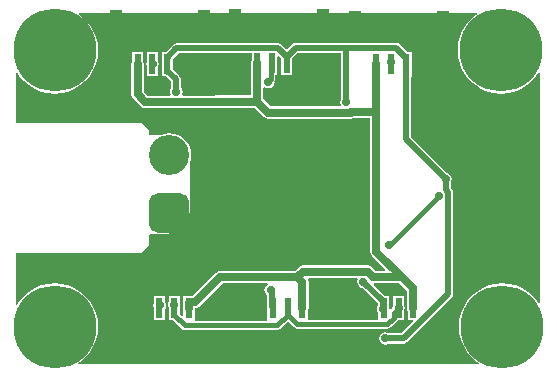
<source format=gbl>
G04*
G04 #@! TF.GenerationSoftware,Altium Limited,Altium Designer,19.1.8 (144)*
G04*
G04 Layer_Physical_Order=2*
G04 Layer_Color=16711680*
%FSLAX44Y44*%
%MOMM*%
G71*
G01*
G75*
%ADD25C,0.5000*%
%ADD26C,0.4000*%
%ADD27C,1.0000*%
%ADD28C,7.0000*%
%ADD29C,0.7000*%
%ADD30R,1.0000X2.7000*%
%ADD31R,0.6000X1.7000*%
G04:AMPARAMS|DCode=32|XSize=3.4mm|YSize=3.4mm|CornerRadius=0.85mm|HoleSize=0mm|Usage=FLASHONLY|Rotation=180.000|XOffset=0mm|YOffset=0mm|HoleType=Round|Shape=RoundedRectangle|*
%AMROUNDEDRECTD32*
21,1,3.4000,1.7000,0,0,180.0*
21,1,1.7000,3.4000,0,0,180.0*
1,1,1.7000,-0.8500,0.8500*
1,1,1.7000,0.8500,0.8500*
1,1,1.7000,0.8500,-0.8500*
1,1,1.7000,-0.8500,-0.8500*
%
%ADD32ROUNDEDRECTD32*%
%ADD33C,3.4000*%
%ADD34C,0.7000*%
G36*
X1665985Y2870778D02*
X1664362Y2869783D01*
X1659969Y2866031D01*
X1656217Y2861638D01*
X1653199Y2856713D01*
X1650988Y2851376D01*
X1649640Y2845759D01*
X1649187Y2840000D01*
X1649640Y2834241D01*
X1650988Y2828624D01*
X1653199Y2823287D01*
X1656217Y2818362D01*
X1659969Y2813969D01*
X1664362Y2810217D01*
X1669287Y2807199D01*
X1674624Y2804988D01*
X1680241Y2803640D01*
X1686000Y2803187D01*
X1691759Y2803640D01*
X1697376Y2804988D01*
X1702713Y2807199D01*
X1707638Y2810217D01*
X1712031Y2813969D01*
X1715783Y2818362D01*
X1717730Y2821539D01*
X1719000Y2821181D01*
X1719000Y2626360D01*
X1717778Y2626015D01*
X1716783Y2627639D01*
X1713031Y2632031D01*
X1708638Y2635783D01*
X1703713Y2638801D01*
X1698376Y2641012D01*
X1692759Y2642360D01*
X1687000Y2642813D01*
X1681241Y2642360D01*
X1675624Y2641012D01*
X1670287Y2638801D01*
X1665362Y2635783D01*
X1660969Y2632031D01*
X1657217Y2627639D01*
X1654199Y2622713D01*
X1651988Y2617376D01*
X1650640Y2611759D01*
X1650186Y2606000D01*
X1650640Y2600241D01*
X1651988Y2594624D01*
X1654199Y2589287D01*
X1657217Y2584362D01*
X1660969Y2579969D01*
X1665362Y2576217D01*
X1666985Y2575222D01*
X1666640Y2574000D01*
X1328360D01*
X1328015Y2575222D01*
X1329638Y2576217D01*
X1334031Y2579969D01*
X1337783Y2584362D01*
X1340801Y2589287D01*
X1343012Y2594624D01*
X1344360Y2600241D01*
X1344814Y2606000D01*
X1344360Y2611759D01*
X1343012Y2617376D01*
X1340801Y2622713D01*
X1337783Y2627639D01*
X1334031Y2632031D01*
X1329638Y2635783D01*
X1324713Y2638801D01*
X1319376Y2641012D01*
X1313759Y2642360D01*
X1308000Y2642813D01*
X1302241Y2642360D01*
X1296624Y2641012D01*
X1291287Y2638801D01*
X1286362Y2635783D01*
X1281969Y2632031D01*
X1278217Y2627639D01*
X1276270Y2624461D01*
X1275000Y2624819D01*
Y2668767D01*
X1381250Y2668767D01*
X1381914Y2668899D01*
X1382476Y2669275D01*
X1387226Y2674025D01*
X1387602Y2674587D01*
X1387734Y2675250D01*
X1387733Y2683602D01*
X1388632Y2684500D01*
X1403750D01*
X1422500Y2703250D01*
Y2744270D01*
X1423429Y2747334D01*
X1423790Y2751000D01*
X1423429Y2754666D01*
X1422360Y2758191D01*
X1420624Y2761440D01*
X1418287Y2764287D01*
X1415439Y2766624D01*
X1412191Y2768360D01*
X1408666Y2769429D01*
X1405000Y2769791D01*
X1401334Y2769429D01*
X1398270Y2768500D01*
X1387733D01*
X1387733Y2771748D01*
X1387665Y2772090D01*
X1387601Y2772411D01*
X1387601Y2772411D01*
X1387601Y2772411D01*
X1387409Y2772698D01*
X1387226Y2772973D01*
X1382229Y2777976D01*
X1382229Y2777976D01*
X1382228Y2777977D01*
X1381954Y2778160D01*
X1381667Y2778352D01*
X1381666Y2778352D01*
X1381666Y2778352D01*
X1381334Y2778418D01*
X1381004Y2778484D01*
X1381003Y2778484D01*
X1381003Y2778484D01*
X1275898Y2778483D01*
X1275000Y2779380D01*
Y2821181D01*
X1276270Y2821539D01*
X1278217Y2818362D01*
X1281969Y2813969D01*
X1286362Y2810217D01*
X1291287Y2807199D01*
X1296624Y2804988D01*
X1302241Y2803640D01*
X1308000Y2803187D01*
X1313759Y2803640D01*
X1319376Y2804988D01*
X1324713Y2807199D01*
X1329638Y2810217D01*
X1334031Y2813969D01*
X1337783Y2818362D01*
X1340801Y2823287D01*
X1343012Y2828624D01*
X1344360Y2834241D01*
X1344814Y2840000D01*
X1344360Y2845759D01*
X1343012Y2851376D01*
X1340801Y2856713D01*
X1337783Y2861638D01*
X1334031Y2866031D01*
X1329638Y2869783D01*
X1328015Y2870778D01*
X1328360Y2872000D01*
X1665641Y2872000D01*
X1665985Y2870778D01*
D02*
G37*
%LPC*%
G36*
X1597000Y2846282D02*
X1512000D01*
X1510361Y2845956D01*
X1508972Y2845028D01*
X1504500Y2840556D01*
X1500328Y2844728D01*
X1498939Y2845656D01*
X1497300Y2845982D01*
X1411200D01*
X1409561Y2845656D01*
X1408172Y2844728D01*
X1401894Y2838450D01*
X1398550D01*
Y2818050D01*
X1401894D01*
X1406335Y2813609D01*
Y2807378D01*
X1406102Y2807029D01*
X1405698Y2805000D01*
X1406102Y2802971D01*
X1406268Y2802722D01*
X1405670Y2801602D01*
X1386896D01*
X1383552Y2804946D01*
Y2828250D01*
X1383148Y2830279D01*
X1382950Y2830576D01*
Y2838450D01*
X1373550D01*
Y2830576D01*
X1373352Y2830279D01*
X1372948Y2828250D01*
Y2802750D01*
X1373352Y2800721D01*
X1374501Y2799001D01*
X1380951Y2792551D01*
X1382671Y2791402D01*
X1384700Y2790998D01*
X1443348D01*
X1444354Y2791198D01*
X1477304D01*
X1484951Y2783551D01*
X1486671Y2782402D01*
X1488700Y2781998D01*
X1558604D01*
X1560633Y2782402D01*
X1561076Y2782698D01*
X1575198D01*
Y2669500D01*
X1575602Y2667471D01*
X1576751Y2665751D01*
X1588027Y2654475D01*
X1587541Y2653302D01*
X1579939D01*
X1576792Y2656449D01*
X1575072Y2657598D01*
X1573043Y2658002D01*
X1518349D01*
X1516320Y2657598D01*
X1514601Y2656449D01*
X1511453Y2653302D01*
X1448000D01*
X1445971Y2652898D01*
X1444251Y2651749D01*
X1424554Y2632052D01*
X1422250D01*
X1421738Y2631950D01*
X1417050D01*
Y2628576D01*
X1416852Y2628279D01*
X1416448Y2626250D01*
Y2621750D01*
X1416852Y2619721D01*
X1417050Y2619424D01*
Y2615444D01*
X1415877Y2614958D01*
X1413950Y2616885D01*
Y2622424D01*
X1414148Y2622721D01*
X1414552Y2624750D01*
X1414148Y2626779D01*
X1413950Y2627076D01*
Y2631950D01*
X1404550D01*
Y2627076D01*
X1404352Y2626779D01*
X1403948Y2624750D01*
X1404352Y2622721D01*
X1404550Y2622424D01*
Y2611550D01*
X1408615D01*
X1415832Y2604333D01*
X1415832Y2604332D01*
X1417056Y2603515D01*
X1418500Y2603228D01*
X1496000D01*
X1496000Y2603228D01*
X1497444Y2603515D01*
X1498668Y2604332D01*
X1505250Y2610915D01*
X1510832Y2605333D01*
X1510832Y2605332D01*
X1512056Y2604515D01*
X1513500Y2604228D01*
X1513500Y2604228D01*
X1589732D01*
X1589733Y2604228D01*
X1591176Y2604515D01*
X1592400Y2605332D01*
X1597934Y2610866D01*
X1597934Y2610866D01*
X1598391Y2611550D01*
X1603950D01*
Y2619424D01*
X1604148Y2619721D01*
X1604552Y2621750D01*
X1604148Y2623779D01*
X1603950Y2624076D01*
Y2631950D01*
X1594550D01*
Y2624076D01*
X1594352Y2623779D01*
X1593956Y2621791D01*
X1592720Y2620555D01*
X1592215Y2620623D01*
X1591450Y2621001D01*
Y2631950D01*
X1587546D01*
X1578067Y2641428D01*
X1578594Y2642698D01*
X1599804D01*
X1605948Y2636554D01*
Y2622250D01*
X1606352Y2620221D01*
X1607050Y2619176D01*
Y2611550D01*
X1611274D01*
X1611760Y2610377D01*
X1601666Y2600282D01*
X1590951D01*
X1590029Y2600898D01*
X1588000Y2601302D01*
X1585971Y2600898D01*
X1584251Y2599749D01*
X1583102Y2598029D01*
X1582698Y2596000D01*
X1583102Y2593971D01*
X1584251Y2592251D01*
X1585971Y2591102D01*
X1588000Y2590698D01*
X1590029Y2591102D01*
X1590951Y2591718D01*
X1603440D01*
X1605078Y2592044D01*
X1606468Y2592972D01*
X1644228Y2630732D01*
X1645156Y2632122D01*
X1645482Y2633760D01*
Y2719689D01*
X1645156Y2721328D01*
X1644228Y2722717D01*
X1643665Y2723281D01*
Y2728622D01*
X1643898Y2728971D01*
X1644302Y2731000D01*
X1643898Y2733029D01*
X1642749Y2734749D01*
X1641029Y2735898D01*
X1639941Y2736115D01*
X1609782Y2766274D01*
Y2817800D01*
X1610200D01*
Y2838200D01*
X1606856D01*
X1600028Y2845028D01*
X1598639Y2845956D01*
X1597000Y2846282D01*
D02*
G37*
G36*
X1395450Y2838450D02*
X1386050D01*
Y2830269D01*
X1385698Y2828500D01*
X1386050Y2826731D01*
Y2818050D01*
X1395450D01*
Y2825800D01*
X1395898Y2826471D01*
X1396302Y2828500D01*
X1395898Y2830529D01*
X1395450Y2831200D01*
Y2838450D01*
D02*
G37*
G36*
X1401450Y2631950D02*
X1392050D01*
Y2625769D01*
X1391698Y2624000D01*
X1392050Y2622231D01*
Y2611550D01*
X1401450D01*
Y2621300D01*
X1401898Y2621971D01*
X1402302Y2624000D01*
X1401898Y2626029D01*
X1401450Y2626700D01*
Y2631950D01*
D02*
G37*
%LPD*%
G36*
X1550718Y2798951D02*
X1550102Y2798029D01*
X1549698Y2796000D01*
X1550102Y2793971D01*
X1550268Y2793722D01*
X1549669Y2792602D01*
X1490896D01*
X1484802Y2798696D01*
Y2808024D01*
X1486072Y2808702D01*
X1486971Y2808102D01*
X1489000Y2807698D01*
X1491029Y2808102D01*
X1492749Y2809251D01*
X1493898Y2810971D01*
X1494302Y2813000D01*
X1494134Y2813843D01*
X1494485Y2814368D01*
X1494772Y2815812D01*
Y2818800D01*
X1496700D01*
Y2834585D01*
X1497873Y2835071D01*
X1499800Y2833144D01*
Y2818800D01*
X1509200D01*
Y2833144D01*
X1513774Y2837718D01*
X1550718D01*
Y2798951D01*
D02*
G37*
G36*
X1474800Y2831326D02*
X1474602Y2831029D01*
X1474198Y2829000D01*
Y2801802D01*
X1443548D01*
X1442543Y2801602D01*
X1416331D01*
X1415732Y2802722D01*
X1415898Y2802971D01*
X1416302Y2805000D01*
X1415898Y2807029D01*
X1414900Y2808524D01*
Y2815383D01*
X1414574Y2817021D01*
X1413645Y2818411D01*
X1407950Y2824106D01*
Y2832394D01*
X1412974Y2837418D01*
X1474800D01*
Y2831326D01*
D02*
G37*
G36*
X1564708Y2646278D02*
X1564541Y2646029D01*
X1564138Y2644000D01*
X1564541Y2641971D01*
X1565691Y2640251D01*
X1567411Y2639102D01*
X1568498Y2638885D01*
X1581718Y2625666D01*
Y2623951D01*
X1581102Y2623029D01*
X1580698Y2621000D01*
X1581102Y2618971D01*
X1582050Y2617552D01*
Y2611772D01*
X1522450D01*
Y2619424D01*
X1522648Y2619721D01*
X1523052Y2621750D01*
Y2643900D01*
X1522648Y2645928D01*
X1522415Y2646278D01*
X1523013Y2647398D01*
X1564109D01*
X1564708Y2646278D01*
D02*
G37*
G36*
X1488267Y2641428D02*
X1487251Y2640749D01*
X1486102Y2639029D01*
X1485698Y2637000D01*
X1486102Y2634971D01*
X1487251Y2633251D01*
X1487968Y2632772D01*
Y2622250D01*
X1488050Y2621837D01*
Y2611550D01*
X1487102Y2610772D01*
X1427398D01*
X1426450Y2611550D01*
Y2619424D01*
X1426648Y2619721D01*
X1427002Y2621498D01*
X1428779Y2621852D01*
X1430499Y2623001D01*
X1450196Y2642698D01*
X1487882D01*
X1488267Y2641428D01*
D02*
G37*
D25*
X1547750Y2620750D02*
X1548750Y2621750D01*
X1574250D01*
X1586000Y2621000D02*
Y2627440D01*
X1588000Y2596000D02*
X1603440D01*
X1641200Y2633760D01*
Y2719689D01*
X1639383Y2721507D02*
X1641200Y2719689D01*
X1639383Y2721507D02*
Y2730617D01*
X1639000Y2731000D02*
X1639383Y2730617D01*
X1554500Y2842000D02*
X1597000D01*
X1512000D02*
X1554500D01*
X1555000Y2841500D01*
Y2796000D02*
Y2841500D01*
X1605500Y2764500D02*
X1639000Y2731000D01*
X1605500Y2764500D02*
Y2828000D01*
X1597000Y2842000D02*
X1605500Y2833500D01*
Y2828000D02*
Y2833500D01*
X1504500Y2834500D02*
X1512000Y2842000D01*
X1504500Y2829000D02*
Y2834500D01*
X1411200Y2841700D02*
X1497300D01*
X1504500Y2834500D01*
X1403250Y2833750D02*
X1411200Y2841700D01*
X1403250Y2828250D02*
Y2833750D01*
X1410617Y2805383D02*
X1411000Y2805000D01*
X1410617Y2805383D02*
Y2815383D01*
X1403250Y2822750D02*
X1410617Y2815383D01*
X1403250Y2822750D02*
Y2828250D01*
X1569440Y2644000D02*
X1586000Y2627440D01*
X1491000Y2636459D02*
Y2637000D01*
Y2636459D02*
X1492250Y2635209D01*
Y2622250D02*
Y2635209D01*
Y2622250D02*
X1492750Y2621750D01*
D26*
X1513500Y2608000D02*
X1589733D01*
X1505250Y2616250D02*
X1513500Y2608000D01*
X1589733D02*
X1595266Y2613534D01*
Y2617766D02*
X1599250Y2621750D01*
X1595266Y2613534D02*
Y2617766D01*
X1409250Y2621750D02*
Y2624750D01*
X1418500Y2607000D02*
X1496000D01*
X1409250Y2616250D02*
X1418500Y2607000D01*
X1409250Y2616250D02*
Y2621750D01*
X1496000Y2607000D02*
X1505250Y2616250D01*
Y2621750D01*
X1591000Y2675000D02*
X1592000D01*
X1633500Y2716500D01*
X1491000Y2815812D02*
Y2828000D01*
X1492000Y2829000D01*
D27*
X1405000Y2751000D02*
X1407000D01*
D28*
X1687000Y2606000D02*
D03*
X1686000Y2840000D02*
D03*
X1308000Y2606000D02*
D03*
Y2840000D02*
D03*
D29*
X1547750Y2620750D02*
D03*
X1710001Y2800002D02*
D03*
X1700001Y2780002D02*
D03*
X1710001Y2760002D02*
D03*
X1700001Y2740002D02*
D03*
X1710001Y2720002D02*
D03*
X1700001Y2700002D02*
D03*
X1710001Y2680002D02*
D03*
X1700001Y2660002D02*
D03*
X1710001Y2640002D02*
D03*
X1680001Y2780002D02*
D03*
X1690001Y2760002D02*
D03*
X1680001Y2740002D02*
D03*
X1690001Y2720002D02*
D03*
X1680001Y2700002D02*
D03*
X1690001Y2680002D02*
D03*
X1680001Y2660002D02*
D03*
X1670001Y2800002D02*
D03*
X1660001Y2780002D02*
D03*
X1670001Y2760002D02*
D03*
Y2720002D02*
D03*
Y2680002D02*
D03*
X1660001Y2660002D02*
D03*
X1640001Y2860002D02*
D03*
Y2820002D02*
D03*
X1650001Y2800002D02*
D03*
X1640001Y2780002D02*
D03*
X1650001Y2760002D02*
D03*
Y2640002D02*
D03*
X1640001Y2620002D02*
D03*
Y2580002D02*
D03*
X1620001Y2860002D02*
D03*
X1630001Y2840002D02*
D03*
X1620001Y2820002D02*
D03*
X1630001Y2800002D02*
D03*
X1620001Y2780002D02*
D03*
X1630001Y2760002D02*
D03*
Y2600002D02*
D03*
X1620001Y2580002D02*
D03*
X1600001Y2860002D02*
D03*
Y2580002D02*
D03*
X1580001Y2860002D02*
D03*
Y2580002D02*
D03*
X1560001Y2860002D02*
D03*
Y2740002D02*
D03*
X1570001Y2720002D02*
D03*
X1560001Y2700002D02*
D03*
X1570001Y2680002D02*
D03*
Y2600002D02*
D03*
X1560001Y2580002D02*
D03*
X1540001Y2860002D02*
D03*
Y2820002D02*
D03*
Y2740002D02*
D03*
X1550001Y2720002D02*
D03*
X1540001Y2700002D02*
D03*
X1550001Y2680002D02*
D03*
Y2600002D02*
D03*
X1540001Y2580002D02*
D03*
X1520001Y2860002D02*
D03*
Y2820002D02*
D03*
X1530001Y2800002D02*
D03*
X1520001Y2740002D02*
D03*
X1530001Y2720002D02*
D03*
X1520001Y2700002D02*
D03*
X1530001Y2600002D02*
D03*
X1520001Y2580002D02*
D03*
X1500001Y2860002D02*
D03*
X1510001Y2800002D02*
D03*
X1500001Y2740002D02*
D03*
X1510001Y2720002D02*
D03*
X1500001Y2700002D02*
D03*
Y2660002D02*
D03*
X1510001Y2600002D02*
D03*
X1500001Y2580002D02*
D03*
X1480001Y2860002D02*
D03*
X1490001Y2800002D02*
D03*
X1480001Y2780002D02*
D03*
Y2740002D02*
D03*
X1490001Y2720002D02*
D03*
X1480001Y2660002D02*
D03*
Y2620002D02*
D03*
Y2580002D02*
D03*
X1460001Y2860002D02*
D03*
Y2820002D02*
D03*
Y2740002D02*
D03*
Y2700002D02*
D03*
X1470001Y2680002D02*
D03*
X1460001Y2660002D02*
D03*
Y2620002D02*
D03*
Y2580002D02*
D03*
X1440001Y2860002D02*
D03*
Y2820002D02*
D03*
Y2700002D02*
D03*
X1450001Y2680002D02*
D03*
X1440001Y2660002D02*
D03*
Y2620002D02*
D03*
Y2580002D02*
D03*
X1420001Y2860002D02*
D03*
X1430001Y2720002D02*
D03*
Y2680002D02*
D03*
X1420001Y2580002D02*
D03*
X1400001Y2860002D02*
D03*
Y2780002D02*
D03*
X1410001Y2680002D02*
D03*
Y2600002D02*
D03*
X1400001Y2580002D02*
D03*
X1380001Y2860002D02*
D03*
Y2620002D02*
D03*
X1390001Y2600002D02*
D03*
X1380001Y2580002D02*
D03*
X1360001Y2860002D02*
D03*
X1370001Y2840002D02*
D03*
X1360001Y2820002D02*
D03*
Y2660002D02*
D03*
X1370001Y2640002D02*
D03*
X1360001Y2620002D02*
D03*
X1370001Y2600002D02*
D03*
X1360001Y2580002D02*
D03*
X1350001Y2840002D02*
D03*
Y2800002D02*
D03*
X1340001Y2660002D02*
D03*
X1350001Y2640002D02*
D03*
Y2600002D02*
D03*
X1340001Y2580002D02*
D03*
X1330001Y2800002D02*
D03*
X1320001Y2660002D02*
D03*
X1330001Y2640002D02*
D03*
X1300001Y2660002D02*
D03*
X1290001Y2800002D02*
D03*
X1280001Y2660002D02*
D03*
X1588000Y2596000D02*
D03*
X1555000Y2796000D02*
D03*
X1639000Y2731000D02*
D03*
X1411000Y2805000D02*
D03*
X1569440Y2644000D02*
D03*
X1586000Y2621000D02*
D03*
X1491000Y2637000D02*
D03*
X1397000Y2624000D02*
D03*
X1409250Y2624750D02*
D03*
X1599250Y2621750D02*
D03*
X1591000Y2675000D02*
D03*
X1633500Y2716500D02*
D03*
X1593000Y2830000D02*
D03*
X1489000Y2813000D02*
D03*
X1391000Y2828500D02*
D03*
X1407000Y2751000D02*
D03*
D30*
X1461750Y2589750D02*
D03*
X1536250D02*
D03*
X1535500Y2861000D02*
D03*
X1461000D02*
D03*
X1434250Y2860250D02*
D03*
X1359750D02*
D03*
X1636500Y2860000D02*
D03*
X1562000D02*
D03*
X1555750Y2589750D02*
D03*
X1630250D02*
D03*
X1365750D02*
D03*
X1440250D02*
D03*
D31*
X1480250Y2621750D02*
D03*
X1492750D02*
D03*
X1517750D02*
D03*
X1505250D02*
D03*
X1517000Y2829000D02*
D03*
X1504500D02*
D03*
X1479500D02*
D03*
X1492000D02*
D03*
X1415750Y2828250D02*
D03*
X1403250D02*
D03*
X1378250D02*
D03*
X1390750D02*
D03*
X1618000Y2828000D02*
D03*
X1605500D02*
D03*
X1580500D02*
D03*
X1593000D02*
D03*
X1574250Y2621750D02*
D03*
X1586750D02*
D03*
X1611750D02*
D03*
X1599250D02*
D03*
X1384250D02*
D03*
X1396750D02*
D03*
X1421750D02*
D03*
X1409250D02*
D03*
D32*
X1405000Y2702000D02*
D03*
D33*
Y2751000D02*
D03*
D34*
X1580500Y2669500D02*
Y2788000D01*
Y2669500D02*
X1602000Y2648000D01*
X1479500Y2796500D02*
X1488700Y2787300D01*
X1559304Y2788000D02*
X1580500D01*
X1558604Y2787300D02*
X1559304Y2788000D01*
X1488700Y2787300D02*
X1558604D01*
X1378250Y2802750D02*
X1384700Y2796300D01*
X1443348D01*
X1443548Y2796500D01*
X1479500D01*
X1577743Y2648000D02*
X1602000D01*
X1573043Y2652700D02*
X1577743Y2648000D01*
X1518349Y2652700D02*
X1573043D01*
X1513649Y2648000D02*
X1518349Y2652700D01*
X1378250Y2802750D02*
Y2828250D01*
X1580500Y2788000D02*
Y2828000D01*
X1479500Y2796500D02*
Y2829000D01*
X1602000Y2648000D02*
X1611250Y2638750D01*
Y2622250D02*
Y2638750D01*
Y2622250D02*
X1611750Y2621750D01*
X1517750D02*
Y2643900D01*
X1513649Y2648000D02*
X1517750Y2643900D01*
X1448000Y2648000D02*
X1513649D01*
X1426750Y2626750D02*
X1448000Y2648000D01*
X1422250Y2626750D02*
X1426750D01*
X1421750Y2626250D02*
X1422250Y2626750D01*
X1421750Y2621750D02*
Y2626250D01*
M02*

</source>
